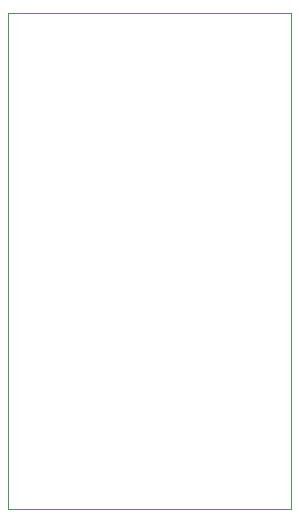
<source format=gbr>
%TF.GenerationSoftware,KiCad,Pcbnew,9.0.1*%
%TF.CreationDate,2025-05-07T00:25:03-04:00*%
%TF.ProjectId,protoplus,70726f74-6f70-46c7-9573-2e6b69636164,rev?*%
%TF.SameCoordinates,Original*%
%TF.FileFunction,Profile,NP*%
%FSLAX46Y46*%
G04 Gerber Fmt 4.6, Leading zero omitted, Abs format (unit mm)*
G04 Created by KiCad (PCBNEW 9.0.1) date 2025-05-07 00:25:03*
%MOMM*%
%LPD*%
G01*
G04 APERTURE LIST*
%TA.AperFunction,Profile*%
%ADD10C,0.100000*%
%TD*%
G04 APERTURE END LIST*
D10*
X143250000Y-51250000D02*
X167250000Y-51250000D01*
X167250000Y-93250000D01*
X143250000Y-93250000D01*
X143250000Y-51250000D01*
M02*

</source>
